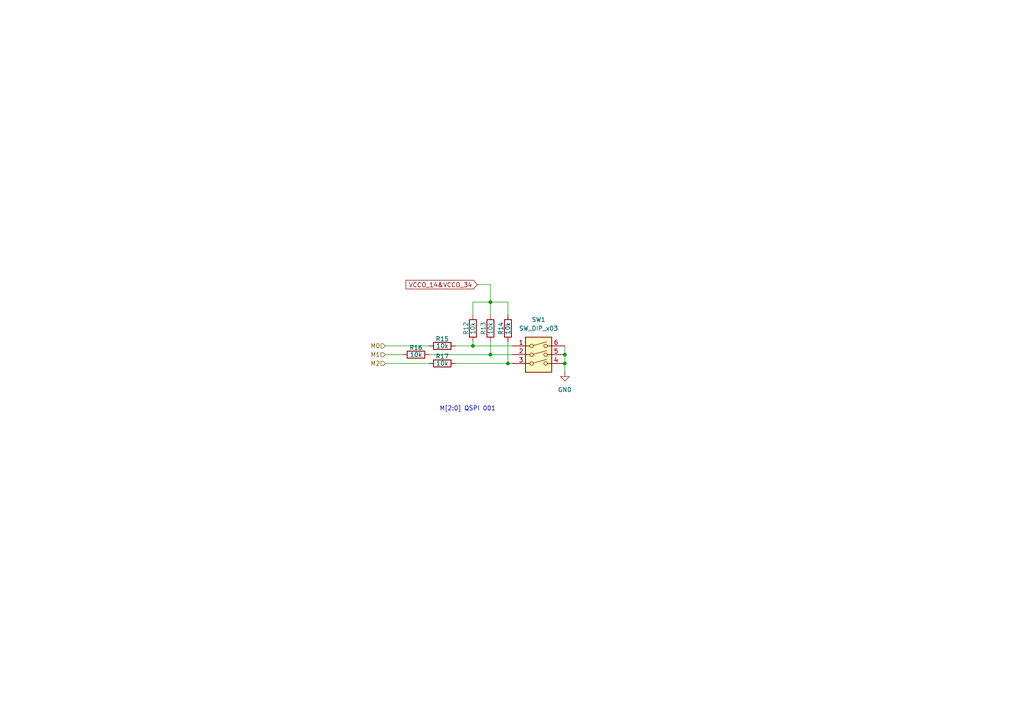
<source format=kicad_sch>
(kicad_sch (version 20250114) (generator "eeschema") (generator_version "9.0")
  (paper "A4")
  (lib_symbols
    (symbol "Device:R" (pin_numbers (hide yes)) (pin_names (offset 0))
      (property "Reference" "R" (at 2.032 0 90))
      (property "Value" "R" (at 0 0 90))
      (symbol "R_0_1"
        (rectangle (start -1.016 -2.54) (end 1.016 2.54) (stroke (width 0.254)))
      )
      (symbol "R_1_1"
        (pin passive line (at 0 3.81 270) (length 1.27) (name "~") (number "1"))
        (pin passive line (at 0 -3.81 90) (length 1.27) (name "~") (number "2"))
      )
    )
    (symbol "Switch:SW_DIP_x03" (pin_names (offset 0) (hide yes))
      (property "Reference" "SW" (at 0 6.35 0))
      (property "Value" "SW_DIP_x03" (at 0 -6.35 0))
      (symbol "SW_DIP_x03_0_0"
        (circle (center -2.032 2.54) (radius 0.508))
        (circle (center -2.032 0) (radius 0.508))
        (circle (center -2.032 -2.54) (radius 0.508))
        (polyline (pts (xy -1.524 2.667) (xy 2.3622 3.7084)))
        (polyline (pts (xy -1.524 0.127) (xy 2.3622 1.1684)))
        (polyline (pts (xy -1.524 -2.413) (xy 2.3622 -1.3716)))
        (circle (center 2.032 2.54) (radius 0.508))
        (circle (center 2.032 0) (radius 0.508))
        (circle (center 2.032 -2.54) (radius 0.508))
      )
      (symbol "SW_DIP_x03_0_1"
        (rectangle (start -3.81 5.08) (end 3.81 -5.08) (stroke (width 0.254)) (fill (type background)))
      )
      (symbol "SW_DIP_x03_1_1"
        (pin passive line (at -7.62 2.54 0) (length 5.08) (name "~") (number "1"))
        (pin passive line (at -7.62 0 0) (length 5.08) (name "~") (number "2"))
        (pin passive line (at -7.62 -2.54 0) (length 5.08) (name "~") (number "3"))
        (pin passive line (at 7.62 2.54 180) (length 5.08) (name "~") (number "6"))
        (pin passive line (at 7.62 0 180) (length 5.08) (name "~") (number "5"))
        (pin passive line (at 7.62 -2.54 180) (length 5.08) (name "~") (number "4"))
      )
    )
    (symbol "power:GND" (power) (pin_numbers (hide yes)) (pin_names (offset 0) (hide yes))
      (property "Value" "GND" (at 0 -3.81 0))
      (symbol "GND_0_1"
        (polyline (pts (xy 0 0) (xy 0 -1.27) (xy 1.27 -1.27) (xy 0 -2.54) (xy -1.27 -1.27) (xy 0 -1.27)))
      )
      (symbol "GND_1_1"
        (pin power_in line (at 0 0 270) (length 0) (name "~") (number "1"))
      )
    )
  )
  (text "M[2:0] QSPI 001" (at 135.636 118.618 0) (effects (font (size 1.27 1.27))))
  (junction (at 163.83 105.41))
  (junction (at 142.24 87.63))
  (junction (at 142.24 102.87))
  (junction (at 137.16 100.33))
  (junction (at 147.32 105.41))
  (junction (at 163.83 102.87))
  (wire (pts (xy 111.76 102.87) (xy 116.84 102.87)))
  (wire (pts (xy 142.24 102.87) (xy 148.59 102.87)))
  (wire (pts (xy 137.16 99.06) (xy 137.16 100.33)))
  (wire (pts (xy 142.24 82.55) (xy 142.24 87.63)))
  (wire (pts (xy 147.32 99.06) (xy 147.32 105.41)))
  (wire (pts (xy 137.16 87.63) (xy 142.24 87.63)))
  (wire (pts (xy 147.32 87.63) (xy 147.32 91.44)))
  (wire (pts (xy 132.08 105.41) (xy 147.32 105.41)))
  (wire (pts (xy 124.46 102.87) (xy 142.24 102.87)))
  (wire (pts (xy 163.83 105.41) (xy 163.83 107.95)))
  (wire (pts (xy 142.24 87.63) (xy 142.24 91.44)))
  (wire (pts (xy 137.16 100.33) (xy 148.59 100.33)))
  (wire (pts (xy 111.76 105.41) (xy 124.46 105.41)))
  (wire (pts (xy 138.43 82.55) (xy 142.24 82.55)))
  (wire (pts (xy 147.32 105.41) (xy 148.59 105.41)))
  (wire (pts (xy 137.16 91.44) (xy 137.16 87.63)))
  (wire (pts (xy 142.24 87.63) (xy 147.32 87.63)))
  (wire (pts (xy 163.83 100.33) (xy 163.83 102.87)))
  (wire (pts (xy 142.24 99.06) (xy 142.24 102.87)))
  (wire (pts (xy 111.76 100.33) (xy 124.46 100.33)))
  (wire (pts (xy 163.83 102.87) (xy 163.83 105.41)))
  (wire (pts (xy 132.08 100.33) (xy 137.16 100.33)))
  (global_label "VCCO_14&VCCO_34" (shape input) (at 138.43 82.55 180) (property "Intersheetrefs" "${INTERSHEET_REFS}" (effects (hide yes))))
  (hierarchical_label "M0" (shape input) (at 111.76 100.33 180))
  (hierarchical_label "M1" (shape input) (at 111.76 102.87 180))
  (hierarchical_label "M2" (shape input) (at 111.76 105.41 180))
  (symbol (lib_id "Device:R") (at 142.24 95.25 0) (mirror x) (unit 1)
    (property "Reference" "R13" (at 140.208 95.25 90))
    (property "Value" "10k" (at 142.24 95.25 90))
    (property "Footprint" "Resistor_SMD:R_0402_1005Metric" (effects (hide yes)))
    (property "Description" "Resistor" (effects (hide yes)))
  )
  (symbol (lib_id "Device:R") (at 137.16 95.25 0) (mirror x) (unit 1)
    (property "Reference" "R12" (at 135.128 95.25 90))
    (property "Value" "10k" (at 137.16 95.25 90))
    (property "Footprint" "Resistor_SMD:R_0402_1005Metric" (effects (hide yes)))
    (property "Description" "Resistor" (effects (hide yes)))
  )
  (symbol (lib_id "Switch:SW_DIP_x03") (at 156.21 102.87 0) (unit 1)
    (property "Reference" "SW1" (at 156.21 92.71 0))
    (property "Value" "SW_DIP_x03" (at 156.21 95.25 0))
    (property "Footprint" "Button_Switch_SMD:SW_DIP_SPSTx03_Slide_6.7x9.18mm_W6.73mm_P2.54mm_LowProfile_JPin" (effects (hide yes)))
    (property "Description" "3x DIP Switch, Single Pole Single Throw (SPST) switch, small symbol" (effects (hide yes)))
  )
  (symbol (lib_id "Device:R") (at 128.27 100.33 90) (mirror x) (unit 1)
    (property "Reference" "R15" (at 128.27 98.298 90))
    (property "Value" "10k" (at 128.27 100.33 90))
    (property "Footprint" "Resistor_SMD:R_0402_1005Metric" (effects (hide yes)))
    (property "Description" "Resistor" (effects (hide yes)))
  )
  (symbol (lib_id "power:GND") (at 163.83 107.95 0) (unit 1)
    (property "Reference" "#PWR023" (effects (hide yes)))
    (property "Value" "GND" (at 163.83 113.03 0))
    (property "Description" "Power symbol creates a global label with name \"GND\" , ground" (effects (hide yes)))
  )
  (symbol (lib_id "Device:R") (at 120.65 102.87 90) (mirror x) (unit 1)
    (property "Reference" "R16" (at 120.65 100.838 90))
    (property "Value" "10k" (at 120.65 102.87 90))
    (property "Footprint" "Resistor_SMD:R_0402_1005Metric" (effects (hide yes)))
    (property "Description" "Resistor" (effects (hide yes)))
  )
  (symbol (lib_id "Device:R") (at 128.27 105.41 90) (mirror x) (unit 1)
    (property "Reference" "R17" (at 128.27 103.378 90))
    (property "Value" "10k" (at 128.27 105.41 90))
    (property "Footprint" "Resistor_SMD:R_0402_1005Metric" (effects (hide yes)))
    (property "Description" "Resistor" (effects (hide yes)))
  )
  (symbol (lib_id "Device:R") (at 147.32 95.25 0) (mirror x) (unit 1)
    (property "Reference" "R14" (at 145.288 95.25 90))
    (property "Value" "10k" (at 147.32 95.25 90))
    (property "Footprint" "Resistor_SMD:R_0402_1005Metric" (effects (hide yes)))
    (property "Description" "Resistor" (effects (hide yes)))
  )
)
</source>
